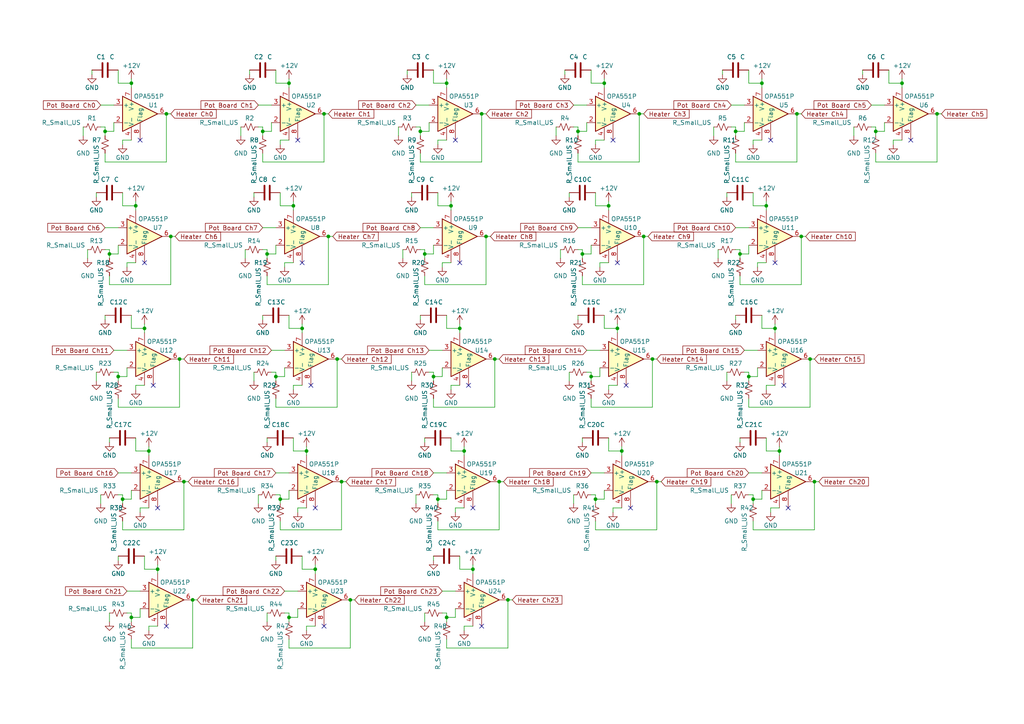
<source format=kicad_sch>
(kicad_sch (version 20211123) (generator eeschema)
  (paper "A4")
  (title_block (title "HELIX DCT Heater Power") (date "2023-01-13") (rev "2") (company "Indiana and Ohio State") (comment 1 "Mark Gebhard with revisions by Keith McBride"))
  (junction (at 129.54 179.07))
  (junction (at 224.79 95.25))
  (junction (at 45.72 165.1))
  (junction (at 43.18 130.81))
  (junction (at 127 144.78))
  (junction (at 213.36 38.1))
  (junction (at 85.09 59.69))
  (junction (at 83.82 179.07))
  (junction (at 52.07 104.14))
  (junction (at 121.92 38.1))
  (junction (at 93.98 33.02))
  (junction (at 222.25 59.69))
  (junction (at 38.1 179.07))
  (junction (at 81.28 144.78))
  (junction (at 134.62 130.81))
  (junction (at 137.16 165.1))
  (junction (at 254 38.1))
  (junction (at 189.23 104.14))
  (junction (at 125.73 109.22))
  (junction (at 76.2 38.1))
  (junction (at 48.26 33.02))
  (junction (at 144.78 139.7))
  (junction (at 190.5 139.7))
  (junction (at 39.37 59.69))
  (junction (at 35.56 144.78))
  (junction (at 34.29 109.22))
  (junction (at 99.06 139.7))
  (junction (at 175.26 24.13))
  (junction (at 143.51 104.14))
  (junction (at 218.44 144.78))
  (junction (at 130.81 59.69))
  (junction (at 38.1 24.13))
  (junction (at 77.47 73.66))
  (junction (at 231.14 33.02))
  (junction (at 83.82 24.13))
  (junction (at 176.53 59.69))
  (junction (at 53.34 139.7))
  (junction (at 168.91 73.66))
  (junction (at 261.62 24.13))
  (junction (at 87.63 95.25))
  (junction (at 167.64 38.1))
  (junction (at 236.22 139.7))
  (junction (at 139.7 33.02))
  (junction (at 88.9 130.81))
  (junction (at 179.07 95.25))
  (junction (at 91.44 165.1))
  (junction (at 49.53 68.58))
  (junction (at 30.48 38.1))
  (junction (at 101.6 173.99))
  (junction (at 185.42 33.02))
  (junction (at 232.41 68.58))
  (junction (at 172.72 144.78))
  (junction (at 133.35 95.25))
  (junction (at 180.34 130.81))
  (junction (at 186.69 68.58))
  (junction (at 55.88 173.99))
  (junction (at 95.25 68.58))
  (junction (at 147.32 173.99))
  (junction (at 226.06 130.81))
  (junction (at 220.98 24.13))
  (junction (at 31.75 73.66))
  (junction (at 217.17 109.22))
  (junction (at 129.54 24.13))
  (junction (at 80.01 109.22))
  (junction (at 171.45 109.22))
  (junction (at 140.97 68.58))
  (junction (at 123.19 73.66))
  (junction (at 214.63 73.66))
  (junction (at 234.95 104.14))
  (junction (at 97.79 104.14))
  (junction (at 41.91 95.25))
  (junction (at 271.78 33.02))
  (no_connect (at 264.16 40.64))
  (no_connect (at 137.16 147.32))
  (no_connect (at 182.88 147.32))
  (no_connect (at 90.17 111.76))
  (no_connect (at 44.45 111.76))
  (no_connect (at 87.63 76.2))
  (no_connect (at 40.64 40.64))
  (no_connect (at 135.89 111.76))
  (no_connect (at 93.98 181.61))
  (no_connect (at 45.72 147.32))
  (no_connect (at 228.6 147.32))
  (no_connect (at 223.52 40.64))
  (no_connect (at 91.44 147.32))
  (no_connect (at 86.36 40.64))
  (no_connect (at 132.08 40.64))
  (no_connect (at 48.26 181.61))
  (no_connect (at 41.91 76.2))
  (no_connect (at 181.61 111.76))
  (no_connect (at 177.8 40.64))
  (no_connect (at 227.33 111.76))
  (no_connect (at 224.79 76.2))
  (no_connect (at 133.35 76.2))
  (no_connect (at 179.07 76.2))
  (no_connect (at 139.7 181.61))
  (wire (pts (xy 35.56 153.67) (xy 53.34 153.67)))
  (wire (pts (xy 261.62 24.13) (xy 261.62 25.4)))
  (wire (pts (xy 41.91 95.25) (xy 41.91 96.52)))
  (wire (pts (xy 127 59.69) (xy 130.81 59.69)))
  (wire (pts (xy 87.63 95.25) (xy 87.63 96.52)))
  (wire (pts (xy 173.99 76.2) (xy 173.99 77.47)))
  (wire (pts (xy 224.79 95.25) (xy 224.79 96.52)))
  (wire (pts (xy 167.64 36.83) (xy 167.64 38.1)))
  (wire (pts (xy 167.64 66.04) (xy 171.45 66.04)))
  (wire (pts (xy 189.23 118.11) (xy 189.23 104.14)))
  (wire (pts (xy 261.62 22.86) (xy 261.62 24.13)))
  (wire (pts (xy 222.25 76.2) (xy 219.71 76.2)))
  (wire (pts (xy 73.66 55.88) (xy 73.66 57.15)))
  (wire (pts (xy 133.35 161.29) (xy 133.35 165.1)))
  (wire (pts (xy 127 40.64) (xy 127 41.91)))
  (wire (pts (xy 38.1 91.44) (xy 38.1 95.25)))
  (wire (pts (xy 234.95 118.11) (xy 234.95 104.14)))
  (wire (pts (xy 125.73 20.32) (xy 125.73 24.13)))
  (wire (pts (xy 39.37 58.42) (xy 39.37 59.69)))
  (wire (pts (xy 34.29 161.29) (xy 34.29 162.56)))
  (wire (pts (xy 125.73 109.22) (xy 125.73 110.49)))
  (wire (pts (xy 252.73 30.48) (xy 256.54 30.48)))
  (wire (pts (xy 214.63 127) (xy 214.63 128.27)))
  (wire (pts (xy 175.26 40.64) (xy 172.72 40.64)))
  (wire (pts (xy 125.73 24.13) (xy 129.54 24.13)))
  (wire (pts (xy 34.29 109.22) (xy 34.29 110.49)))
  (wire (pts (xy 34.29 73.66) (xy 34.29 71.12)))
  (wire (pts (xy 213.36 66.04) (xy 217.17 66.04)))
  (wire (pts (xy 74.93 30.48) (xy 78.74 30.48)))
  (wire (pts (xy 93.98 46.99) (xy 93.98 33.02)))
  (wire (pts (xy 30.48 36.83) (xy 30.48 38.1)))
  (wire (pts (xy 74.93 143.51) (xy 74.93 146.05)))
  (wire (pts (xy 30.48 72.39) (xy 31.75 72.39)))
  (wire (pts (xy 81.28 144.78) (xy 83.82 144.78)))
  (wire (pts (xy 167.64 46.99) (xy 185.42 46.99)))
  (wire (pts (xy 91.44 163.83) (xy 91.44 165.1)))
  (wire (pts (xy 35.56 144.78) (xy 35.56 146.05)))
  (wire (pts (xy 55.88 187.96) (xy 55.88 173.99)))
  (wire (pts (xy 213.36 91.44) (xy 213.36 92.71)))
  (wire (pts (xy 38.1 95.25) (xy 41.91 95.25)))
  (wire (pts (xy 115.57 36.83) (xy 115.57 39.37)))
  (wire (pts (xy 83.82 187.96) (xy 101.6 187.96)))
  (wire (pts (xy 121.92 44.45) (xy 121.92 46.99)))
  (wire (pts (xy 119.38 55.88) (xy 119.38 57.15)))
  (wire (pts (xy 168.91 127) (xy 168.91 128.27)))
  (wire (pts (xy 176.53 130.81) (xy 180.34 130.81)))
  (wire (pts (xy 168.91 72.39) (xy 168.91 73.66)))
  (wire (pts (xy 163.83 20.32) (xy 163.83 21.59)))
  (wire (pts (xy 120.65 30.48) (xy 124.46 30.48)))
  (wire (pts (xy 85.09 58.42) (xy 85.09 59.69)))
  (wire (pts (xy 88.9 147.32) (xy 86.36 147.32)))
  (wire (pts (xy 213.36 46.99) (xy 231.14 46.99)))
  (wire (pts (xy 166.37 30.48) (xy 170.18 30.48)))
  (wire (pts (xy 101.6 187.96) (xy 101.6 173.99)))
  (wire (pts (xy 170.18 101.6) (xy 173.99 101.6)))
  (wire (pts (xy 175.26 95.25) (xy 179.07 95.25)))
  (wire (pts (xy 69.85 36.83) (xy 69.85 39.37)))
  (wire (pts (xy 172.72 144.78) (xy 175.26 144.78)))
  (wire (pts (xy 261.62 40.64) (xy 259.08 40.64)))
  (wire (pts (xy 218.44 143.51) (xy 218.44 144.78)))
  (wire (pts (xy 120.65 36.83) (xy 121.92 36.83)))
  (wire (pts (xy 77.47 73.66) (xy 80.01 73.66)))
  (wire (pts (xy 73.66 107.95) (xy 73.66 110.49)))
  (wire (pts (xy 212.09 36.83) (xy 213.36 36.83)))
  (wire (pts (xy 215.9 38.1) (xy 215.9 35.56)))
  (wire (pts (xy 146.05 139.7) (xy 144.78 139.7)))
  (wire (pts (xy 87.63 161.29) (xy 87.63 165.1)))
  (wire (pts (xy 85.09 59.69) (xy 85.09 60.96)))
  (wire (pts (xy 127 151.13) (xy 127 153.67)))
  (wire (pts (xy 35.56 151.13) (xy 35.56 153.67)))
  (wire (pts (xy 217.17 109.22) (xy 219.71 109.22)))
  (wire (pts (xy 127 153.67) (xy 144.78 153.67)))
  (wire (pts (xy 213.36 36.83) (xy 213.36 38.1)))
  (wire (pts (xy 134.62 129.54) (xy 134.62 130.81)))
  (wire (pts (xy 88.9 181.61) (xy 88.9 182.88)))
  (wire (pts (xy 222.25 127) (xy 222.25 130.81)))
  (wire (pts (xy 254 46.99) (xy 271.78 46.99)))
  (wire (pts (xy 30.48 46.99) (xy 48.26 46.99)))
  (wire (pts (xy 171.45 73.66) (xy 171.45 71.12)))
  (wire (pts (xy 33.02 101.6) (xy 36.83 101.6)))
  (wire (pts (xy 121.92 38.1) (xy 121.92 39.37)))
  (wire (pts (xy 82.55 177.8) (xy 83.82 177.8)))
  (wire (pts (xy 95.25 82.55) (xy 95.25 68.58)))
  (wire (pts (xy 125.73 107.95) (xy 125.73 109.22)))
  (wire (pts (xy 30.48 91.44) (xy 30.48 92.71)))
  (wire (pts (xy 254 36.83) (xy 254 38.1)))
  (wire (pts (xy 130.81 59.69) (xy 130.81 60.96)))
  (wire (pts (xy 233.68 68.58) (xy 232.41 68.58)))
  (wire (pts (xy 80.01 107.95) (xy 80.01 109.22)))
  (wire (pts (xy 34.29 143.51) (xy 35.56 143.51)))
  (wire (pts (xy 80.01 143.51) (xy 81.28 143.51)))
  (wire (pts (xy 85.09 111.76) (xy 85.09 113.03)))
  (wire (pts (xy 36.83 76.2) (xy 36.83 77.47)))
  (wire (pts (xy 180.34 147.32) (xy 177.8 147.32)))
  (wire (pts (xy 217.17 73.66) (xy 217.17 71.12)))
  (wire (pts (xy 77.47 73.66) (xy 77.47 74.93)))
  (wire (pts (xy 29.21 143.51) (xy 29.21 146.05)))
  (wire (pts (xy 96.52 68.58) (xy 95.25 68.58)))
  (wire (pts (xy 45.72 165.1) (xy 45.72 166.37)))
  (wire (pts (xy 80.01 115.57) (xy 80.01 118.11)))
  (wire (pts (xy 140.97 82.55) (xy 140.97 68.58)))
  (wire (pts (xy 167.64 91.44) (xy 167.64 92.71)))
  (wire (pts (xy 80.01 109.22) (xy 82.55 109.22)))
  (wire (pts (xy 180.34 129.54) (xy 180.34 130.81)))
  (wire (pts (xy 82.55 171.45) (xy 86.36 171.45)))
  (wire (pts (xy 177.8 147.32) (xy 177.8 148.59)))
  (wire (pts (xy 123.19 73.66) (xy 123.19 74.93)))
  (wire (pts (xy 81.28 59.69) (xy 85.09 59.69)))
  (wire (pts (xy 186.69 82.55) (xy 186.69 68.58)))
  (wire (pts (xy 175.26 144.78) (xy 175.26 142.24)))
  (wire (pts (xy 171.45 109.22) (xy 173.99 109.22)))
  (wire (pts (xy 76.2 46.99) (xy 93.98 46.99)))
  (wire (pts (xy 57.15 173.99) (xy 55.88 173.99)))
  (wire (pts (xy 31.75 82.55) (xy 49.53 82.55)))
  (wire (pts (xy 218.44 151.13) (xy 218.44 153.67)))
  (wire (pts (xy 123.19 72.39) (xy 123.19 73.66)))
  (wire (pts (xy 43.18 129.54) (xy 43.18 130.81)))
  (wire (pts (xy 273.05 33.02) (xy 271.78 33.02)))
  (wire (pts (xy 220.98 91.44) (xy 220.98 95.25)))
  (wire (pts (xy 30.48 38.1) (xy 33.02 38.1)))
  (wire (pts (xy 129.54 177.8) (xy 129.54 179.07)))
  (wire (pts (xy 125.73 161.29) (xy 125.73 162.56)))
  (wire (pts (xy 133.35 93.98) (xy 133.35 95.25)))
  (wire (pts (xy 80.01 109.22) (xy 80.01 110.49)))
  (wire (pts (xy 39.37 127) (xy 39.37 130.81)))
  (wire (pts (xy 220.98 144.78) (xy 220.98 142.24)))
  (wire (pts (xy 167.64 72.39) (xy 168.91 72.39)))
  (wire (pts (xy 49.53 82.55) (xy 49.53 68.58)))
  (wire (pts (xy 83.82 177.8) (xy 83.82 179.07)))
  (wire (pts (xy 54.61 139.7) (xy 53.34 139.7)))
  (wire (pts (xy 162.56 72.39) (xy 162.56 74.93)))
  (wire (pts (xy 218.44 153.67) (xy 236.22 153.67)))
  (wire (pts (xy 35.56 143.51) (xy 35.56 144.78)))
  (wire (pts (xy 217.17 115.57) (xy 217.17 118.11)))
  (wire (pts (xy 129.54 22.86) (xy 129.54 24.13)))
  (wire (pts (xy 31.75 73.66) (xy 34.29 73.66)))
  (wire (pts (xy 38.1 24.13) (xy 38.1 25.4)))
  (wire (pts (xy 102.87 173.99) (xy 101.6 173.99)))
  (wire (pts (xy 76.2 66.04) (xy 80.01 66.04)))
  (wire (pts (xy 215.9 101.6) (xy 219.71 101.6)))
  (wire (pts (xy 38.1 179.07) (xy 38.1 180.34)))
  (wire (pts (xy 128.27 76.2) (xy 128.27 77.47)))
  (wire (pts (xy 52.07 118.11) (xy 52.07 104.14)))
  (wire (pts (xy 127 55.88) (xy 127 59.69)))
  (wire (pts (xy 31.75 177.8) (xy 31.75 180.34)))
  (wire (pts (xy 170.18 107.95) (xy 171.45 107.95)))
  (wire (pts (xy 209.55 20.32) (xy 209.55 21.59)))
  (wire (pts (xy 49.53 33.02) (xy 48.26 33.02)))
  (wire (pts (xy 124.46 38.1) (xy 124.46 35.56)))
  (wire (pts (xy 215.9 107.95) (xy 217.17 107.95)))
  (wire (pts (xy 172.72 55.88) (xy 172.72 59.69)))
  (wire (pts (xy 171.45 20.32) (xy 171.45 24.13)))
  (wire (pts (xy 87.63 93.98) (xy 87.63 95.25)))
  (wire (pts (xy 137.16 181.61) (xy 134.62 181.61)))
  (wire (pts (xy 125.73 118.11) (xy 143.51 118.11)))
  (wire (pts (xy 171.45 118.11) (xy 189.23 118.11)))
  (wire (pts (xy 271.78 46.99) (xy 271.78 33.02)))
  (wire (pts (xy 250.19 20.32) (xy 250.19 21.59)))
  (wire (pts (xy 254 38.1) (xy 256.54 38.1)))
  (wire (pts (xy 36.83 109.22) (xy 36.83 106.68)))
  (wire (pts (xy 257.81 24.13) (xy 261.62 24.13)))
  (wire (pts (xy 31.75 72.39) (xy 31.75 73.66)))
  (wire (pts (xy 129.54 144.78) (xy 129.54 142.24)))
  (wire (pts (xy 85.09 130.81) (xy 88.9 130.81)))
  (wire (pts (xy 167.64 38.1) (xy 167.64 39.37)))
  (wire (pts (xy 175.26 22.86) (xy 175.26 24.13)))
  (wire (pts (xy 121.92 36.83) (xy 121.92 38.1)))
  (wire (pts (xy 123.19 127) (xy 123.19 128.27)))
  (wire (pts (xy 130.81 76.2) (xy 128.27 76.2)))
  (wire (pts (xy 34.29 24.13) (xy 38.1 24.13)))
  (wire (pts (xy 38.1 177.8) (xy 38.1 179.07)))
  (wire (pts (xy 167.64 38.1) (xy 170.18 38.1)))
  (wire (pts (xy 83.82 185.42) (xy 83.82 187.96)))
  (wire (pts (xy 26.67 20.32) (xy 26.67 21.59)))
  (wire (pts (xy 34.29 109.22) (xy 36.83 109.22)))
  (wire (pts (xy 254 38.1) (xy 254 39.37)))
  (wire (pts (xy 213.36 38.1) (xy 213.36 39.37)))
  (wire (pts (xy 43.18 130.81) (xy 43.18 132.08)))
  (wire (pts (xy 172.72 151.13) (xy 172.72 153.67)))
  (wire (pts (xy 121.92 91.44) (xy 121.92 92.71)))
  (wire (pts (xy 172.72 59.69) (xy 176.53 59.69)))
  (wire (pts (xy 35.56 40.64) (xy 35.56 41.91)))
  (wire (pts (xy 83.82 144.78) (xy 83.82 142.24)))
  (wire (pts (xy 76.2 38.1) (xy 78.74 38.1)))
  (wire (pts (xy 45.72 163.83) (xy 45.72 165.1)))
  (wire (pts (xy 236.22 104.14) (xy 234.95 104.14)))
  (wire (pts (xy 80.01 24.13) (xy 83.82 24.13)))
  (wire (pts (xy 191.77 139.7) (xy 190.5 139.7)))
  (wire (pts (xy 222.25 59.69) (xy 222.25 60.96)))
  (wire (pts (xy 217.17 118.11) (xy 234.95 118.11)))
  (wire (pts (xy 179.07 95.25) (xy 179.07 96.52)))
  (wire (pts (xy 97.79 118.11) (xy 97.79 104.14)))
  (wire (pts (xy 217.17 107.95) (xy 217.17 109.22)))
  (wire (pts (xy 80.01 137.16) (xy 83.82 137.16)))
  (wire (pts (xy 38.1 179.07) (xy 40.64 179.07)))
  (wire (pts (xy 80.01 161.29) (xy 80.01 162.56)))
  (wire (pts (xy 168.91 82.55) (xy 186.69 82.55)))
  (wire (pts (xy 31.75 73.66) (xy 31.75 74.93)))
  (wire (pts (xy 137.16 163.83) (xy 137.16 165.1)))
  (wire (pts (xy 220.98 22.86) (xy 220.98 24.13)))
  (wire (pts (xy 33.02 38.1) (xy 33.02 35.56)))
  (wire (pts (xy 214.63 72.39) (xy 214.63 73.66)))
  (wire (pts (xy 43.18 181.61) (xy 43.18 182.88)))
  (wire (pts (xy 27.94 55.88) (xy 27.94 57.15)))
  (wire (pts (xy 85.09 127) (xy 85.09 130.81)))
  (wire (pts (xy 172.72 153.67) (xy 190.5 153.67)))
  (wire (pts (xy 222.25 130.81) (xy 226.06 130.81)))
  (wire (pts (xy 34.29 20.32) (xy 34.29 24.13)))
  (wire (pts (xy 83.82 91.44) (xy 83.82 95.25)))
  (wire (pts (xy 231.14 46.99) (xy 231.14 33.02)))
  (wire (pts (xy 247.65 36.83) (xy 247.65 39.37)))
  (wire (pts (xy 134.62 181.61) (xy 134.62 182.88)))
  (wire (pts (xy 213.36 72.39) (xy 214.63 72.39)))
  (wire (pts (xy 147.32 187.96) (xy 147.32 173.99)))
  (wire (pts (xy 38.1 144.78) (xy 38.1 142.24)))
  (wire (pts (xy 168.91 73.66) (xy 171.45 73.66)))
  (wire (pts (xy 40.64 147.32) (xy 40.64 148.59)))
  (wire (pts (xy 217.17 20.32) (xy 217.17 24.13)))
  (wire (pts (xy 129.54 179.07) (xy 132.08 179.07)))
  (wire (pts (xy 176.53 127) (xy 176.53 130.81)))
  (wire (pts (xy 38.1 22.86) (xy 38.1 24.13)))
  (wire (pts (xy 125.73 137.16) (xy 129.54 137.16)))
  (wire (pts (xy 78.74 101.6) (xy 82.55 101.6)))
  (wire (pts (xy 223.52 147.32) (xy 223.52 148.59)))
  (wire (pts (xy 129.54 24.13) (xy 129.54 25.4)))
  (wire (pts (xy 130.81 130.81) (xy 134.62 130.81)))
  (wire (pts (xy 190.5 104.14) (xy 189.23 104.14)))
  (wire (pts (xy 219.71 76.2) (xy 219.71 77.47)))
  (wire (pts (xy 119.38 107.95) (xy 119.38 110.49)))
  (wire (pts (xy 130.81 58.42) (xy 130.81 59.69)))
  (wire (pts (xy 34.29 118.11) (xy 52.07 118.11)))
  (wire (pts (xy 220.98 40.64) (xy 218.44 40.64)))
  (wire (pts (xy 130.81 111.76) (xy 130.81 113.03)))
  (wire (pts (xy 53.34 153.67) (xy 53.34 139.7)))
  (wire (pts (xy 175.26 91.44) (xy 175.26 95.25)))
  (wire (pts (xy 218.44 40.64) (xy 218.44 41.91)))
  (wire (pts (xy 124.46 107.95) (xy 125.73 107.95)))
  (wire (pts (xy 210.82 107.95) (xy 210.82 110.49)))
  (wire (pts (xy 45.72 181.61) (xy 43.18 181.61)))
  (wire (pts (xy 226.06 129.54) (xy 226.06 130.81)))
  (wire (pts (xy 133.35 95.25) (xy 133.35 96.52)))
  (wire (pts (xy 129.54 40.64) (xy 127 40.64)))
  (wire (pts (xy 50.8 68.58) (xy 49.53 68.58)))
  (wire (pts (xy 36.83 171.45) (xy 40.64 171.45)))
  (wire (pts (xy 38.1 187.96) (xy 55.88 187.96)))
  (wire (pts (xy 165.1 55.88) (xy 165.1 57.15)))
  (wire (pts (xy 80.01 118.11) (xy 97.79 118.11)))
  (wire (pts (xy 186.69 33.02) (xy 185.42 33.02)))
  (wire (pts (xy 137.16 165.1) (xy 137.16 166.37)))
  (wire (pts (xy 83.82 24.13) (xy 83.82 25.4)))
  (wire (pts (xy 129.54 179.07) (xy 129.54 180.34)))
  (wire (pts (xy 222.25 111.76) (xy 222.25 113.03)))
  (wire (pts (xy 125.73 115.57) (xy 125.73 118.11)))
  (wire (pts (xy 91.44 165.1) (xy 91.44 166.37)))
  (wire (pts (xy 81.28 151.13) (xy 81.28 153.67)))
  (wire (pts (xy 34.29 137.16) (xy 38.1 137.16)))
  (wire (pts (xy 185.42 46.99) (xy 185.42 33.02)))
  (wire (pts (xy 87.63 165.1) (xy 91.44 165.1)))
  (wire (pts (xy 168.91 73.66) (xy 168.91 74.93)))
  (wire (pts (xy 257.81 20.32) (xy 257.81 24.13)))
  (wire (pts (xy 219.71 109.22) (xy 219.71 106.68)))
  (wire (pts (xy 123.19 82.55) (xy 140.97 82.55)))
  (wire (pts (xy 172.72 40.64) (xy 172.72 41.91)))
  (wire (pts (xy 176.53 76.2) (xy 173.99 76.2)))
  (wire (pts (xy 130.81 127) (xy 130.81 130.81)))
  (wire (pts (xy 127 144.78) (xy 127 146.05)))
  (wire (pts (xy 80.01 20.32) (xy 80.01 24.13)))
  (wire (pts (xy 171.45 107.95) (xy 171.45 109.22)))
  (wire (pts (xy 120.65 143.51) (xy 120.65 146.05)))
  (wire (pts (xy 172.72 144.78) (xy 172.72 146.05)))
  (wire (pts (xy 53.34 104.14) (xy 52.07 104.14)))
  (wire (pts (xy 236.22 153.67) (xy 236.22 139.7)))
  (wire (pts (xy 171.45 109.22) (xy 171.45 110.49)))
  (wire (pts (xy 83.82 22.86) (xy 83.82 24.13)))
  (wire (pts (xy 35.56 59.69) (xy 39.37 59.69)))
  (wire (pts (xy 208.28 72.39) (xy 208.28 74.93)))
  (wire (pts (xy 171.45 137.16) (xy 175.26 137.16)))
  (wire (pts (xy 254 44.45) (xy 254 46.99)))
  (wire (pts (xy 77.47 177.8) (xy 77.47 180.34)))
  (wire (pts (xy 129.54 185.42) (xy 129.54 187.96)))
  (wire (pts (xy 179.07 111.76) (xy 176.53 111.76)))
  (wire (pts (xy 81.28 40.64) (xy 81.28 41.91)))
  (wire (pts (xy 78.74 107.95) (xy 80.01 107.95)))
  (wire (pts (xy 76.2 36.83) (xy 76.2 38.1)))
  (wire (pts (xy 176.53 59.69) (xy 176.53 60.96)))
  (wire (pts (xy 218.44 144.78) (xy 218.44 146.05)))
  (wire (pts (xy 121.92 46.99) (xy 139.7 46.99)))
  (wire (pts (xy 218.44 55.88) (xy 218.44 59.69)))
  (wire (pts (xy 144.78 153.67) (xy 144.78 139.7)))
  (wire (pts (xy 86.36 147.32) (xy 86.36 148.59)))
  (wire (pts (xy 116.84 72.39) (xy 116.84 74.93)))
  (wire (pts (xy 212.09 143.51) (xy 212.09 146.05)))
  (wire (pts (xy 217.17 137.16) (xy 220.98 137.16)))
  (wire (pts (xy 80.01 73.66) (xy 80.01 71.12)))
  (wire (pts (xy 85.09 76.2) (xy 82.55 76.2)))
  (wire (pts (xy 187.96 68.58) (xy 186.69 68.58)))
  (wire (pts (xy 99.06 104.14) (xy 97.79 104.14)))
  (wire (pts (xy 140.97 33.02) (xy 139.7 33.02)))
  (wire (pts (xy 134.62 147.32) (xy 132.08 147.32)))
  (wire (pts (xy 29.21 36.83) (xy 30.48 36.83)))
  (wire (pts (xy 175.26 24.13) (xy 175.26 25.4)))
  (wire (pts (xy 166.37 36.83) (xy 167.64 36.83)))
  (wire (pts (xy 256.54 38.1) (xy 256.54 35.56)))
  (wire (pts (xy 176.53 58.42) (xy 176.53 59.69)))
  (wire (pts (xy 31.75 127) (xy 31.75 128.27)))
  (wire (pts (xy 226.06 147.32) (xy 223.52 147.32)))
  (wire (pts (xy 133.35 165.1) (xy 137.16 165.1)))
  (wire (pts (xy 83.82 179.07) (xy 86.36 179.07)))
  (wire (pts (xy 222.25 58.42) (xy 222.25 59.69)))
  (wire (pts (xy 81.28 55.88) (xy 81.28 59.69)))
  (wire (pts (xy 81.28 144.78) (xy 81.28 146.05)))
  (wire (pts (xy 123.19 177.8) (xy 123.19 180.34)))
  (wire (pts (xy 213.36 44.45) (xy 213.36 46.99)))
  (wire (pts (xy 224.79 93.98) (xy 224.79 95.25)))
  (wire (pts (xy 83.82 40.64) (xy 81.28 40.64)))
  (wire (pts (xy 76.2 72.39) (xy 77.47 72.39)))
  (wire (pts (xy 170.18 38.1) (xy 170.18 35.56)))
  (wire (pts (xy 91.44 181.61) (xy 88.9 181.61)))
  (wire (pts (xy 76.2 91.44) (xy 76.2 92.71)))
  (wire (pts (xy 43.18 147.32) (xy 40.64 147.32)))
  (wire (pts (xy 25.4 72.39) (xy 25.4 74.93)))
  (wire (pts (xy 129.54 95.25) (xy 133.35 95.25)))
  (wire (pts (xy 83.82 179.07) (xy 83.82 180.34)))
  (wire (pts (xy 232.41 33.02) (xy 231.14 33.02)))
  (wire (pts (xy 232.41 82.55) (xy 232.41 68.58)))
  (wire (pts (xy 133.35 111.76) (xy 130.81 111.76)))
  (wire (pts (xy 218.44 59.69) (xy 222.25 59.69)))
  (wire (pts (xy 132.08 179.07) (xy 132.08 176.53)))
  (wire (pts (xy 48.26 46.99) (xy 48.26 33.02)))
  (wire (pts (xy 125.73 143.51) (xy 127 143.51)))
  (wire (pts (xy 218.44 144.78) (xy 220.98 144.78)))
  (wire (pts (xy 41.91 93.98) (xy 41.91 95.25)))
  (wire (pts (xy 118.11 20.32) (xy 118.11 21.59)))
  (wire (pts (xy 161.29 36.83) (xy 161.29 39.37)))
  (wire (pts (xy 237.49 139.7) (xy 236.22 139.7)))
  (wire (pts (xy 171.45 24.13) (xy 175.26 24.13)))
  (wire (pts (xy 224.79 111.76) (xy 222.25 111.76)))
  (wire (pts (xy 127 143.51) (xy 127 144.78)))
  (wire (pts (xy 39.37 76.2) (xy 36.83 76.2)))
  (wire (pts (xy 36.83 177.8) (xy 38.1 177.8)))
  (wire (pts (xy 77.47 127) (xy 77.47 128.27)))
  (wire (pts (xy 142.24 68.58) (xy 140.97 68.58)))
  (wire (pts (xy 33.02 107.95) (xy 34.29 107.95)))
  (wire (pts (xy 168.91 80.01) (xy 168.91 82.55)))
  (wire (pts (xy 124.46 101.6) (xy 128.27 101.6)))
  (wire (pts (xy 213.36 38.1) (xy 215.9 38.1)))
  (wire (pts (xy 76.2 38.1) (xy 76.2 39.37)))
  (wire (pts (xy 172.72 143.51) (xy 172.72 144.78)))
  (wire (pts (xy 128.27 177.8) (xy 129.54 177.8)))
  (wire (pts (xy 132.08 147.32) (xy 132.08 148.59)))
  (wire (pts (xy 212.09 30.48) (xy 215.9 30.48)))
  (wire (pts (xy 95.25 33.02) (xy 93.98 33.02)))
  (wire (pts (xy 259.08 40.64) (xy 259.08 41.91)))
  (wire (pts (xy 100.33 139.7) (xy 99.06 139.7)))
  (wire (pts (xy 166.37 143.51) (xy 166.37 146.05)))
  (wire (pts (xy 86.36 179.07) (xy 86.36 176.53)))
  (wire (pts (xy 34.29 115.57) (xy 34.29 118.11)))
  (wire (pts (xy 74.93 36.83) (xy 76.2 36.83)))
  (wire (pts (xy 121.92 38.1) (xy 124.46 38.1)))
  (wire (pts (xy 217.17 24.13) (xy 220.98 24.13)))
  (wire (pts (xy 214.63 73.66) (xy 214.63 74.93)))
  (wire (pts (xy 41.91 161.29) (xy 41.91 165.1)))
  (wire (pts (xy 134.62 130.81) (xy 134.62 132.08)))
  (wire (pts (xy 171.45 115.57) (xy 171.45 118.11)))
  (wire (pts (xy 41.91 165.1) (xy 45.72 165.1)))
  (wire (pts (xy 31.75 80.01) (xy 31.75 82.55)))
  (wire (pts (xy 214.63 82.55) (xy 232.41 82.55)))
  (wire (pts (xy 27.94 107.95) (xy 27.94 110.49)))
  (wire (pts (xy 29.21 30.48) (xy 33.02 30.48)))
  (wire (pts (xy 81.28 153.67) (xy 99.06 153.67)))
  (wire (pts (xy 30.48 44.45) (xy 30.48 46.99)))
  (wire (pts (xy 173.99 109.22) (xy 173.99 106.68)))
  (wire (pts (xy 24.13 36.83) (xy 24.13 39.37)))
  (wire (pts (xy 40.64 179.07) (xy 40.64 176.53)))
  (wire (pts (xy 123.19 80.01) (xy 123.19 82.55)))
  (wire (pts (xy 88.9 130.81) (xy 88.9 132.08)))
  (wire (pts (xy 210.82 55.88) (xy 210.82 57.15)))
  (wire (pts (xy 77.47 80.01) (xy 77.47 82.55)))
  (wire (pts (xy 71.12 72.39) (xy 71.12 74.93)))
  (wire (pts (xy 220.98 95.25) (xy 224.79 95.25)))
  (wire (pts (xy 78.74 38.1) (xy 78.74 35.56)))
  (wire (pts (xy 77.47 82.55) (xy 95.25 82.55)))
  (wire (pts (xy 139.7 46.99) (xy 139.7 33.02)))
  (wire (pts (xy 217.17 109.22) (xy 217.17 110.49)))
  (wire (pts (xy 35.56 144.78) (xy 38.1 144.78)))
  (wire (pts (xy 148.59 173.99) (xy 147.32 173.99)))
  (wire (pts (xy 39.37 130.81) (xy 43.18 130.81)))
  (wire (pts (xy 76.2 44.45) (xy 76.2 46.99)))
  (wire (pts (xy 123.19 73.66) (xy 125.73 73.66)))
  (wire (pts (xy 38.1 40.64) (xy 35.56 40.64)))
  (wire (pts (xy 30.48 66.04) (xy 34.29 66.04)))
  (wire (pts (xy 72.39 20.32) (xy 72.39 21.59)))
  (wire (pts (xy 77.47 72.39) (xy 77.47 73.66)))
  (wire (pts (xy 125.73 73.66) (xy 125.73 71.12)))
  (wire (pts (xy 38.1 185.42) (xy 38.1 187.96)))
  (wire (pts (xy 35.56 55.88) (xy 35.56 59.69)))
  (wire (pts (xy 176.53 111.76) (xy 176.53 113.03)))
  (wire (pts (xy 220.98 24.13) (xy 220.98 25.4)))
  (wire (pts (xy 88.9 129.54) (xy 88.9 130.81)))
  (wire (pts (xy 252.73 36.83) (xy 254 36.83)))
  (wire (pts (xy 128.27 171.45) (xy 132.08 171.45)))
  (wire (pts (xy 82.55 109.22) (xy 82.55 106.68)))
  (wire (pts (xy 207.01 36.83) (xy 207.01 39.37)))
  (wire (pts (xy 128.27 109.22) (xy 128.27 106.68)))
  (wire (pts (xy 190.5 153.67) (xy 190.5 139.7)))
  (wire (pts (xy 129.54 91.44) (xy 129.54 95.25)))
  (wire (pts (xy 143.51 118.11) (xy 143.51 104.14)))
  (wire (pts (xy 81.28 143.51) (xy 81.28 144.78)))
  (wire (pts (xy 144.78 104.14) (xy 143.51 104.14)))
  (wire (pts (xy 214.63 73.66) (xy 217.17 73.66)))
  (wire (pts (xy 121.92 66.04) (xy 125.73 66.04)))
  (wire (pts (xy 87.63 111.76) (xy 85.09 111.76)))
  (wire (pts (xy 165.1 107.95) (xy 165.1 110.49)))
  (wire (pts (xy 125.73 109.22) (xy 128.27 109.22)))
  (wire (pts (xy 171.45 143.51) (xy 172.72 143.51)))
  (wire (pts (xy 167.64 44.45) (xy 167.64 46.99)))
  (wire (pts (xy 34.29 107.95) (xy 34.29 109.22)))
  (wire (pts (xy 180.34 130.81) (xy 180.34 132.08)))
  (wire (pts (xy 214.63 80.01) (xy 214.63 82.55)))
  (wire (pts (xy 30.48 38.1) (xy 30.48 39.37)))
  (wire (pts (xy 83.82 95.25) (xy 87.63 95.25)))
  (wire (pts (xy 39.37 111.76) (xy 39.37 113.03)))
  (wire (pts (xy 121.92 72.39) (xy 123.19 72.39)))
  (wire (pts (xy 226.06 130.81) (xy 226.06 132.08)))
  (wire (pts (xy 99.06 153.67) (xy 99.06 139.7)))
  (wire (pts (xy 82.55 76.2) (xy 82.55 77.47)))
  (wire (pts (xy 179.07 93.98) (xy 179.07 95.25)))
  (wire (pts (xy 217.17 143.51) (xy 218.44 143.51)))
  (wire (pts (xy 127 144.78) (xy 129.54 144.78)))
  (wire (pts (xy 129.54 187.96) (xy 147.32 187.96)))
  (wire (pts (xy 39.37 59.69) (xy 39.37 60.96)))
  (wire (pts (xy 41.91 111.76) (xy 39.37 111.76)))
  (global_label "Heater Ch10" (shape input) (at 233.68 68.58 0) (property "Intersheet References" "${INTERSHEET_REFS}" (effects hide)))
  (global_label "Pot Board Ch12" (shape input) (at 78.74 101.6 180) (property "Intersheet References" "${INTERSHEET_REFS}" (effects hide)))
  (global_label "Heater Ch20" (shape input) (at 237.49 139.7 0) (property "Intersheet References" "${INTERSHEET_REFS}" (effects hide)))
  (global_label "Heater Ch9" (shape input) (at 187.96 68.58 0) (property "Intersheet References" "${INTERSHEET_REFS}" (effects hide)))
  (global_label "Heater Ch16" (shape input) (at 54.61 139.7 0) (property "Intersheet References" "${INTERSHEET_REFS}" (effects hide)))
  (global_label "Pot Board Ch5" (shape input) (at 252.73 30.48 180) (property "Intersheet References" "${INTERSHEET_REFS}" (effects hide)))
  (global_label "Heater Ch11" (shape input) (at 53.34 104.14 0) (property "Intersheet References" "${INTERSHEET_REFS}" (effects hide)))
  (global_label "Heater Ch13" (shape input) (at 144.78 104.14 0) (property "Intersheet References" "${INTERSHEET_REFS}" (effects hide)))
  (global_label "Pot Board Ch11" (shape input) (at 33.02 101.6 180) (property "Intersheet References" "${INTERSHEET_REFS}" (effects hide)))
  (global_label "Pot Board Ch7" (shape input) (at 76.2 66.04 180) (property "Intersheet References" "${INTERSHEET_REFS}" (effects hide)))
  (global_label "Heater Ch17" (shape input) (at 100.33 139.7 0) (property "Intersheet References" "${INTERSHEET_REFS}" (effects hide)))
  (global_label "Pot Board Ch2" (shape input) (at 120.65 30.48 180) (property "Intersheet References" "${INTERSHEET_REFS}" (effects hide)))
  (global_label "Pot Board Ch10" (shape input) (at 213.36 66.04 180) (property "Intersheet References" "${INTERSHEET_REFS}" (effects hide)))
  (global_label "Pot Board Ch21" (shape input) (at 36.83 171.45 180) (property "Intersheet References" "${INTERSHEET_REFS}" (effects hide)))
  (global_label "Heater Ch12" (shape input) (at 99.06 104.14 0) (property "Intersheet References" "${INTERSHEET_REFS}" (effects hide)))
  (global_label "Pot Board Ch15" (shape input) (at 215.9 101.6 180) (property "Intersheet References" "${INTERSHEET_REFS}" (effects hide)))
  (global_label "Pot Board Ch1" (shape input) (at 74.93 30.48 180) (property "Intersheet References" "${INTERSHEET_REFS}" (effects hide)))
  (global_label "Heater Ch21" (shape input) (at 57.15 173.99 0) (property "Intersheet References" "${INTERSHEET_REFS}" (effects hide)))
  (global_label "Pot Board Ch22" (shape input) (at 82.55 171.45 180) (property "Intersheet References" "${INTERSHEET_REFS}" (effects hide)))
  (global_label "Heater Ch1" (shape input) (at 95.25 33.02 0) (property "Intersheet References" "${INTERSHEET_REFS}" (effects hide)))
  (global_label "Pot Board Ch16" (shape input) (at 34.29 137.16 180) (property "Intersheet References" "${INTERSHEET_REFS}" (effects hide)))
  (global_label "Heater Ch7" (shape input) (at 96.52 68.58 0) (property "Intersheet References" "${INTERSHEET_REFS}" (effects hide)))
  (global_label "Pot Board Ch18" (shape input) (at 125.73 137.16 180) (property "Intersheet References" "${INTERSHEET_REFS}" (effects hide)))
  (global_label "Pot Board Ch8" (shape input) (at 121.92 66.04 180) (property "Intersheet References" "${INTERSHEET_REFS}" (effects hide)))
  (global_label "Heater Ch19" (shape input) (at 191.77 139.7 0) (property "Intersheet References" "${INTERSHEET_REFS}" (effects hide)))
  (global_label "Heater Ch15" (shape input) (at 236.22 104.14 0) (property "Intersheet References" "${INTERSHEET_REFS}" (effects hide)))
  (global_label "Heater Ch2" (shape input) (at 140.97 33.02 0) (property "Intersheet References" "${INTERSHEET_REFS}" (effects hide)))
  (global_label "Heater Ch4" (shape input) (at 232.41 33.02 0) (property "Intersheet References" "${INTERSHEET_REFS}" (effects hide)))
  (global_label "Heater Ch5" (shape input) (at 273.05 33.02 0) (property "Intersheet References" "${INTERSHEET_REFS}" (effects hide)))
  (global_label "Pot Board Ch23" (shape input) (at 128.27 171.45 180) (property "Intersheet References" "${INTERSHEET_REFS}" (effects hide)))
  (global_label "Pot Board Ch6" (shape input) (at 30.48 66.04 180) (property "Intersheet References" "${INTERSHEET_REFS}" (effects hide)))
  (global_label "Pot Board Ch9" (shape input) (at 167.64 66.04 180) (property "Intersheet References" "${INTERSHEET_REFS}" (effects hide)))
  (global_label "Pot Board Ch13" (shape input) (at 124.46 101.6 180) (property "Intersheet References" "${INTERSHEET_REFS}" (effects hide)))
  (global_label "Pot Board Ch20" (shape input) (at 217.17 137.16 180) (property "Intersheet References" "${INTERSHEET_REFS}" (effects hide)))
  (global_label "Pot Board Ch0" (shape input) (at 29.21 30.48 180) (property "Intersheet References" "${INTERSHEET_REFS}" (effects hide)))
  (global_label "Heater Ch3" (shape input) (at 186.69 33.02 0) (property "Intersheet References" "${INTERSHEET_REFS}" (effects hide)))
  (global_label "Pot Board Ch3" (shape input) (at 166.37 30.48 180) (property "Intersheet References" "${INTERSHEET_REFS}" (effects hide)))
  (global_label "Heater Ch8" (shape input) (at 142.24 68.58 0) (property "Intersheet References" "${INTERSHEET_REFS}" (effects hide)))
  (global_label "Pot Board Ch17" (shape input) (at 80.01 137.16 180) (property "Intersheet References" "${INTERSHEET_REFS}" (effects hide)))
  (global_label "Heater Ch23" (shape input) (at 148.59 173.99 0) (property "Intersheet References" "${INTERSHEET_REFS}" (effects hide)))
  (global_label "Heater Ch0" (shape input) (at 49.53 33.02 0) (property "Intersheet References" "${INTERSHEET_REFS}" (effects hide)))
  (global_label "Heater Ch14" (shape input) (at 190.5 104.14 0) (property "Intersheet References" "${INTERSHEET_REFS}" (effects hide)))
  (global_label "Pot Board Ch19" (shape input) (at 171.45 137.16 180) (property "Intersheet References" "${INTERSHEET_REFS}" (effects hide)))
  (global_label "Heater Ch22" (shape input) (at 102.87 173.99 0) (property "Intersheet References" "${INTERSHEET_REFS}" (effects hide)))
  (global_label "Pot Board Ch14" (shape input) (at 170.18 101.6 180) (property "Intersheet References" "${INTERSHEET_REFS}" (effects hide)))
  (global_label "Pot Board Ch4" (shape input) (at 212.09 30.48 180) (property "Intersheet References" "${INTERSHEET_REFS}" (effects hide)))
  (global_label "Heater Ch18" (shape input) (at 146.05 139.7 0) (property "Intersheet References" "${INTERSHEET_REFS}" (effects hide)))
  (global_label "Heater Ch6" (shape input) (at 50.8 68.58 0) (property "Intersheet References" "${INTERSHEET_REFS}" (effects hide)))
  (symbol (lib_id "power:GND") (at 27.94 57.15 0) (unit 1)
    (property "Reference" "#PWR025" (effects hide))
    (property "Value" "GND" (at 27.94 60.96 0))
  )
  (symbol (lib_id "Device:C") (at 125.73 91.44 270) (unit 1)
    (property "Reference" "C14" (at 123.19 87.63 90) (effects (justify left)))
    (property "Value" "C" (at 127 87.63 90) (effects (justify left)))
  )
  (symbol (lib_id "power:GND") (at 223.52 148.59 0) (unit 1)
    (property "Reference" "#PWR084" (effects hide))
    (property "Value" "GND" (at 223.52 152.4 0))
  )
  (symbol (lib_id "power:GND") (at 214.63 128.27 0) (unit 1)
    (property "Reference" "#PWR069" (effects hide))
    (property "Value" "GND" (at 214.63 132.08 0))
  )
  (symbol (lib_id "power:GND") (at 40.64 148.59 0) (unit 1)
    (property "Reference" "#PWR080" (effects hide))
    (property "Value" "GND" (at 40.64 152.4 0))
  )
  (symbol (lib_id "power:GND") (at 250.19 21.59 0) (unit 1)
    (property "Reference" "#PWR06" (effects hide))
    (property "Value" "GND" (at 250.19 25.4 0))
  )
  (symbol (lib_id "Amplifier_Operational:OPA551P") (at 41.91 68.58 0) (unit 1)
    (property "Reference" "U7" (at 45.72 66.04 0))
    (property "Value" "OPA551P" (at 44.45 63.5 0))
    (property "Footprint" "Package_DIP:DIP-8_W7.62mm" (effects hide))
    (property "Datasheet" "http://www.ti.com/lit/ds/symlink/opa551.pdf" (effects hide))
  )
  (symbol (lib_id "Device:R_Small_US") (at 125.73 177.8 90) (unit 1)
    (property "Reference" "R45" (at 125.73 175.26 90))
    (property "Value" "R_Small_US" (at 116.84 176.53 90))
  )
  (symbol (lib_id "power:GND") (at 123.19 180.34 0) (unit 1)
    (property "Reference" "#PWR093" (effects hide))
    (property "Value" "GND" (at 123.19 185.42 0))
  )
  (symbol (lib_id "Device:R_Small_US") (at 34.29 113.03 180) (unit 1)
    (property "Reference" "R28" (at 30.48 111.76 0) (effects (justify right)))
    (property "Value" "R_Small_US" (at 31.75 124.46 90) (effects (justify right)))
  )
  (symbol (lib_id "Device:R_Small_US") (at 210.82 72.39 90) (unit 1)
    (property "Reference" "R17" (at 210.82 69.85 90))
    (property "Value" "R_Small_US" (at 201.93 71.12 90))
  )
  (symbol (lib_id "power:GND") (at 72.39 21.59 0) (unit 1)
    (property "Reference" "#PWR02" (effects hide))
    (property "Value" "GND" (at 72.39 25.4 0))
  )
  (symbol (lib_id "Device:R_Small_US") (at 30.48 107.95 90) (unit 1)
    (property "Reference" "R23" (at 30.48 105.41 90))
    (property "Value" "R_Small_US" (at 21.59 106.68 90))
  )
  (symbol (lib_id "Amplifier_Operational:OPA551P") (at 179.07 68.58 0) (unit 1)
    (property "Reference" "U10" (at 182.88 66.04 0))
    (property "Value" "OPA551P" (at 181.61 63.5 0))
    (property "Footprint" "Package_DIP:DIP-8_W7.62mm" (effects hide))
    (property "Datasheet" "http://www.ti.com/lit/ds/symlink/opa551.pdf" (effects hide))
  )
  (symbol (lib_id "power:GND") (at 120.65 146.05 0) (unit 1)
    (property "Reference" "#PWR077" (effects hide))
    (property "Value" "GND" (at 120.65 151.13 0))
  )
  (symbol (lib_id "Device:R_Small_US") (at 217.17 113.03 180) (unit 1)
    (property "Reference" "R32" (at 213.36 111.76 0) (effects (justify right)))
    (property "Value" "R_Small_US" (at 214.63 124.46 90) (effects (justify right)))
  )
  (symbol (lib_id "Device:C") (at 121.92 20.32 270) (unit 1)
    (property "Reference" "C3" (at 119.38 16.51 90) (effects (justify left)))
    (property "Value" "C" (at 123.19 16.51 90) (effects (justify left)))
  )
  (symbol (lib_id "power:+12V") (at 91.44 163.83 0) (unit 1)
    (property "Reference" "#PWR089" (effects hide))
    (property "Value" "+12V" (at 91.44 160.02 0))
  )
  (symbol (lib_id "power:GND") (at 161.29 39.37 0) (unit 1)
    (property "Reference" "#PWR016" (effects hide))
    (property "Value" "GND" (at 161.29 44.45 0))
  )
  (symbol (lib_id "Device:R_Small_US") (at 125.73 113.03 180) (unit 1)
    (property "Reference" "R30" (at 121.92 111.76 0) (effects (justify right)))
    (property "Value" "R_Small_US" (at 123.19 124.46 90) (effects (justify right)))
  )
  (symbol (lib_id "Device:R_Small_US") (at 27.94 72.39 90) (unit 1)
    (property "Reference" "R13" (at 27.94 69.85 90))
    (property "Value" "R_Small_US" (at 19.05 71.12 90))
  )
  (symbol (lib_id "power:GND") (at 127 41.91 0) (unit 1)
    (property "Reference" "#PWR021" (effects hide))
    (property "Value" "GND" (at 127 45.72 0))
  )
  (symbol (lib_id "Amplifier_Operational:OPA551P") (at 228.6 139.7 0) (unit 1)
    (property "Reference" "U21" (at 232.41 137.16 0))
    (property "Value" "OPA551P" (at 231.14 134.62 0))
    (property "Footprint" "Package_DIP:DIP-8_W7.62mm" (effects hide))
    (property "Datasheet" "http://www.ti.com/lit/ds/symlink/opa551.pdf" (effects hide))
  )
  (symbol (lib_id "Amplifier_Operational:OPA551P") (at 87.63 68.58 0) (unit 1)
    (property "Reference" "U8" (at 91.44 66.04 0))
    (property "Value" "OPA551P" (at 90.17 63.5 0))
    (property "Footprint" "Package_DIP:DIP-8_W7.62mm" (effects hide))
    (property "Datasheet" "http://www.ti.com/lit/ds/symlink/opa551.pdf" (effects hide))
  )
  (symbol (lib_id "Device:R_Small_US") (at 30.48 41.91 180) (unit 1)
    (property "Reference" "R7" (at 26.67 40.64 0) (effects (justify right)))
    (property "Value" "R_Small_US" (at 27.94 53.34 90) (effects (justify right)))
  )
  (symbol (lib_id "power:GND") (at 209.55 21.59 0) (unit 1)
    (property "Reference" "#PWR05" (effects hide))
    (property "Value" "GND" (at 209.55 25.4 0))
  )
  (symbol (lib_id "power:GND") (at 218.44 41.91 0) (unit 1)
    (property "Reference" "#PWR023" (effects hide))
    (property "Value" "GND" (at 218.44 45.72 0))
  )
  (symbol (lib_id "Device:R_Small_US") (at 127 148.59 180) (unit 1)
    (property "Reference" "R40" (at 123.19 147.32 0) (effects (justify right)))
    (property "Value" "R_Small_US" (at 124.46 160.02 90) (effects (justify right)))
  )
  (symbol (lib_id "power:+12V") (at 134.62 129.54 0) (unit 1)
    (property "Reference" "#PWR072" (effects hide))
    (property "Value" "+12V" (at 134.62 125.73 0))
  )
  (symbol (lib_id "Device:R_Small_US") (at 73.66 72.39 90) (unit 1)
    (property "Reference" "R14" (at 73.66 69.85 90))
    (property "Value" "R_Small_US" (at 64.77 71.12 90))
  )
  (symbol (lib_id "power:+12V") (at 85.09 58.42 0) (unit 1)
    (property "Reference" "#PWR031" (effects hide))
    (property "Value" "+12V" (at 85.09 54.61 0))
  )
  (symbol (lib_id "Device:R_Small_US") (at 213.36 41.91 180) (unit 1)
    (property "Reference" "R11" (at 209.55 40.64 0) (effects (justify right)))
    (property "Value" "R_Small_US" (at 210.82 53.34 90) (effects (justify right)))
  )
  (symbol (lib_id "Device:R_Small_US") (at 121.92 107.95 90) (unit 1)
    (property "Reference" "R25" (at 121.92 105.41 90))
    (property "Value" "R_Small_US" (at 113.03 106.68 90))
  )
  (symbol (lib_id "Device:C") (at 76.2 20.32 270) (unit 1)
    (property "Reference" "C2" (at 73.66 16.51 90) (effects (justify left)))
    (property "Value" "C" (at 77.47 16.51 90) (effects (justify left)))
  )
  (symbol (lib_id "power:GND") (at 130.81 113.03 0) (unit 1)
    (property "Reference" "#PWR062" (effects hide))
    (property "Value" "GND" (at 130.81 116.84 0))
  )
  (symbol (lib_id "power:+12V") (at 261.62 22.86 0) (unit 1)
    (property "Reference" "#PWR012" (effects hide))
    (property "Value" "+12V" (at 261.62 19.05 0))
  )
  (symbol (lib_id "power:+12V") (at 180.34 129.54 0) (unit 1)
    (property "Reference" "#PWR073" (effects hide))
    (property "Value" "+12V" (at 180.34 125.73 0))
  )
  (symbol (lib_id "power:GND") (at 210.82 110.49 0) (unit 1)
    (property "Reference" "#PWR059" (effects hide))
    (property "Value" "GND" (at 210.82 115.57 0))
  )
  (symbol (lib_id "power:+12V") (at 133.35 93.98 0) (unit 1)
    (property "Reference" "#PWR052" (effects hide))
    (property "Value" "+12V" (at 133.35 90.17 0))
  )
  (symbol (lib_id "power:GND") (at 166.37 146.05 0) (unit 1)
    (property "Reference" "#PWR078" (effects hide))
    (property "Value" "GND" (at 166.37 151.13 0))
  )
  (symbol (lib_id "power:+12V") (at 129.54 22.86 0) (unit 1)
    (property "Reference" "#PWR09" (effects hide))
    (property "Value" "+12V" (at 129.54 19.05 0))
  )
  (symbol (lib_id "power:GND") (at 27.94 110.49 0) (unit 1)
    (property "Reference" "#PWR055" (effects hide))
    (property "Value" "GND" (at 27.94 115.57 0))
  )
  (symbol (lib_id "power:GND") (at 123.19 128.27 0) (unit 1)
    (property "Reference" "#PWR067" (effects hide))
    (property "Value" "GND" (at 123.19 132.08 0))
  )
  (symbol (lib_id "Device:C") (at 172.72 127 270) (unit 1)
    (property "Reference" "C20" (at 170.18 123.19 90) (effects (justify left)))
    (property "Value" "C" (at 173.99 123.19 90) (effects (justify left)))
  )
  (symbol (lib_id "power:GND") (at 247.65 39.37 0) (unit 1)
    (property "Reference" "#PWR018" (effects hide))
    (property "Value" "GND" (at 247.65 44.45 0))
  )
  (symbol (lib_id "Amplifier_Operational:OPA551P") (at 182.88 139.7 0) (unit 1)
    (property "Reference" "U20" (at 186.69 137.16 0))
    (property "Value" "OPA551P" (at 185.42 134.62 0))
    (property "Footprint" "Package_DIP:DIP-8_W7.62mm" (effects hide))
    (property "Datasheet" "http://www.ti.com/lit/ds/symlink/opa551.pdf" (effects hide))
  )
  (symbol (lib_id "power:+12V") (at 88.9 129.54 0) (unit 1)
    (property "Reference" "#PWR071" (effects hide))
    (property "Value" "+12V" (at 88.9 125.73 0))
  )
  (symbol (lib_id "Amplifier_Operational:OPA551P") (at 139.7 173.99 0) (unit 1)
    (property "Reference" "U24" (at 143.51 171.45 0))
    (property "Value" "OPA551P" (at 142.24 168.91 0))
    (property "Footprint" "Package_DIP:DIP-8_W7.62mm" (effects hide))
    (property "Datasheet" "http://www.ti.com/lit/ds/symlink/opa551.pdf" (effects hide))
  )
  (symbol (lib_id "Device:C") (at 217.17 91.44 270) (unit 1)
    (property "Reference" "C16" (at 214.63 87.63 90) (effects (justify left)))
    (property "Value" "C" (at 218.44 87.63 90) (effects (justify left)))
  )
  (symbol (lib_id "power:+12V") (at 176.53 58.42 0) (unit 1)
    (property "Reference" "#PWR033" (effects hide))
    (property "Value" "+12V" (at 176.53 54.61 0))
  )
  (symbol (lib_id "Device:R_Small_US") (at 163.83 36.83 90) (unit 1)
    (property "Reference" "R4" (at 163.83 34.29 90))
    (property "Value" "R_Small_US" (at 154.94 35.56 90))
  )
  (symbol (lib_id "power:GND") (at 31.75 128.27 0) (unit 1)
    (property "Reference" "#PWR065" (effects hide))
    (property "Value" "GND" (at 31.75 132.08 0))
  )
  (symbol (lib_id "power:GND") (at 81.28 41.91 0) (unit 1)
    (property "Reference" "#PWR020" (effects hide))
    (property "Value" "GND" (at 81.28 45.72 0))
  )
  (symbol (lib_id "Device:R_Small_US") (at 254 41.91 180) (unit 1)
    (property "Reference" "R12" (at 250.19 40.64 0) (effects (justify right)))
    (property "Value" "R_Small_US" (at 251.46 53.34 90) (effects (justify right)))
  )
  (symbol (lib_id "power:GND") (at 219.71 77.47 0) (unit 1)
    (property "Reference" "#PWR044" (effects hide))
    (property "Value" "GND" (at 219.71 81.28 0))
  )
  (symbol (lib_id "Device:R_Small_US") (at 31.75 77.47 180) (unit 1)
    (property "Reference" "R18" (at 27.94 76.2 0) (effects (justify right)))
    (property "Value" "R_Small_US" (at 29.21 88.9 90) (effects (justify right)))
  )
  (symbol (lib_id "Device:R_Small_US") (at 168.91 77.47 180) (unit 1)
    (property "Reference" "R21" (at 165.1 76.2 0) (effects (justify right)))
    (property "Value" "R_Small_US" (at 166.37 88.9 90) (effects (justify right)))
  )
  (symbol (lib_id "Device:R_Small_US") (at 121.92 41.91 180) (unit 1)
    (property "Reference" "R9" (at 118.11 40.64 0) (effects (justify right)))
    (property "Value" "R_Small_US" (at 119.38 53.34 90) (effects (justify right)))
  )
  (symbol (lib_id "Amplifier_Operational:OPA551P") (at 40.64 33.02 0) (unit 1)
    (property "Reference" "U1" (at 44.45 30.48 0))
    (property "Value" "OPA551P" (at 43.18 27.94 0))
    (property "Footprint" "Package_DIP:DIP-8_W7.62mm" (effects hide))
    (property "Datasheet" "http://www.ti.com/lit/ds/symlink/opa551.pdf" (effects hide))
  )
  (symbol (lib_id "Device:C") (at 167.64 20.32 270) (unit 1)
    (property "Reference" "C4" (at 165.1 16.51 90) (effects (justify left)))
    (property "Value" "C" (at 168.91 16.51 90) (effects (justify left)))
  )
  (symbol (lib_id "Amplifier_Operational:OPA551P") (at 224.79 68.58 0) (unit 1)
    (property "Reference" "U11" (at 228.6 66.04 0))
    (property "Value" "OPA551P" (at 227.33 63.5 0))
    (property "Footprint" "Package_DIP:DIP-8_W7.62mm" (effects hide))
    (property "Datasheet" "http://www.ti.com/lit/ds/symlink/opa551.pdf" (effects hide))
  )
  (symbol (lib_id "power:+12V") (at 45.72 163.83 0) (unit 1)
    (property "Reference" "#PWR088" (effects hide))
    (property "Value" "+12V" (at 45.72 160.02 0))
  )
  (symbol (lib_id "Device:C") (at 214.63 55.88 270) (unit 1)
    (property "Reference" "C11" (at 212.09 52.07 90) (effects (justify left)))
    (property "Value" "C" (at 215.9 52.07 90) (effects (justify left)))
  )
  (symbol (lib_id "Device:R_Small_US") (at 172.72 148.59 180) (unit 1)
    (property "Reference" "R41" (at 168.91 147.32 0) (effects (justify right)))
    (property "Value" "R_Small_US" (at 170.18 160.02 90) (effects (justify right)))
  )
  (symbol (lib_id "Device:R_Small_US") (at 76.2 41.91 180) (unit 1)
    (property "Reference" "R8" (at 72.39 40.64 0) (effects (justify right)))
    (property "Value" "R_Small_US" (at 73.66 53.34 90) (effects (justify right)))
  )
  (symbol (lib_id "Device:C") (at 168.91 55.88 270) (unit 1)
    (property "Reference" "C10" (at 166.37 52.07 90) (effects (justify left)))
    (property "Value" "C" (at 170.18 52.07 90) (effects (justify left)))
  )
  (symbol (lib_id "power:GND") (at 43.18 182.88 0) (unit 1)
    (property "Reference" "#PWR094" (effects hide))
    (property "Value" "GND" (at 43.18 186.69 0))
  )
  (symbol (lib_id "Device:C") (at 213.36 20.32 270) (unit 1)
    (property "Reference" "C5" (at 210.82 16.51 90) (effects (justify left)))
    (property "Value" "C" (at 214.63 16.51 90) (effects (justify left)))
  )
  (symbol (lib_id "power:GND") (at 35.56 41.91 0) (unit 1)
    (property "Reference" "#PWR019" (effects hide))
    (property "Value" "GND" (at 35.56 45.72 0))
  )
  (symbol (lib_id "Device:R_Small_US") (at 168.91 143.51 90) (unit 1)
    (property "Reference" "R36" (at 168.91 140.97 90))
    (property "Value" "R_Small_US" (at 160.02 142.24 90))
  )
  (symbol (lib_id "power:GND") (at 85.09 113.03 0) (unit 1)
    (property "Reference" "#PWR061" (effects hide))
    (property "Value" "GND" (at 85.09 116.84 0))
  )
  (symbol (lib_id "Device:R_Small_US") (at 77.47 143.51 90) (unit 1)
    (property "Reference" "R34" (at 77.47 140.97 90))
    (property "Value" "R_Small_US" (at 68.58 142.24 90))
  )
  (symbol (lib_id "Amplifier_Operational:OPA551P") (at 223.52 33.02 0) (unit 1)
    (property "Reference" "U5" (at 227.33 30.48 0))
    (property "Value" "OPA551P" (at 226.06 27.94 0))
    (property "Footprint" "Package_DIP:DIP-8_W7.62mm" (effects hide))
    (property "Datasheet" "http://www.ti.com/lit/ds/symlink/opa551.pdf" (effects hide))
  )
  (symbol (lib_id "Amplifier_Operational:OPA551P") (at 48.26 173.99 0) (unit 1)
    (property "Reference" "U22" (at 52.07 171.45 0))
    (property "Value" "OPA551P" (at 50.8 168.91 0))
    (property "Footprint" "Package_DIP:DIP-8_W7.62mm" (effects hide))
    (property "Datasheet" "http://www.ti.com/lit/ds/symlink/opa551.pdf" (effects hide))
  )
  (symbol (lib_id "power:GND") (at 118.11 21.59 0) (unit 1)
    (property "Reference" "#PWR03" (effects hide))
    (property "Value" "GND" (at 118.11 25.4 0))
  )
  (symbol (lib_id "Device:C") (at 35.56 127 270) (unit 1)
    (property "Reference" "C17" (at 33.02 123.19 90) (effects (justify left)))
    (property "Value" "C" (at 36.83 123.19 90) (effects (justify left)))
  )
  (symbol (lib_id "power:+12V") (at 224.79 93.98 0) (unit 1)
    (property "Reference" "#PWR054" (effects hide))
    (property "Value" "+12V" (at 224.79 90.17 0))
  )
  (symbol (lib_id "Amplifier_Operational:OPA551P") (at 181.61 104.14 0) (unit 1)
    (property "Reference" "U15" (at 185.42 101.6 0))
    (property "Value" "OPA551P" (at 184.15 99.06 0))
    (property "Footprint" "Package_DIP:DIP-8_W7.62mm" (effects hide))
    (property "Datasheet" "http://www.ti.com/lit/ds/symlink/opa551.pdf" (effects hide))
  )
  (symbol (lib_id "power:GND") (at 73.66 110.49 0) (unit 1)
    (property "Reference" "#PWR056" (effects hide))
    (property "Value" "GND" (at 73.66 115.57 0))
  )
  (symbol (lib_id "power:GND") (at 34.29 162.56 0) (unit 1)
    (property "Reference" "#PWR085" (effects hide))
    (property "Value" "GND" (at 34.29 166.37 0))
  )
  (symbol (lib_id "power:GND") (at 39.37 113.03 0) (unit 1)
    (property "Reference" "#PWR060" (effects hide))
    (property "Value" "GND" (at 39.37 116.84 0))
  )
  (symbol (lib_id "Device:C") (at 30.48 20.32 270) (unit 1)
    (property "Reference" "C1" (at 27.94 16.51 90) (effects (justify left)))
    (property "Value" "C" (at 31.75 16.51 90) (effects (justify left)))
  )
  (symbol (lib_id "power:+12V") (at 175.26 22.86 0) (unit 1)
    (property "Reference" "#PWR010" (effects hide))
    (property "Value" "+12V" (at 175.26 19.05 0))
  )
  (symbol (lib_id "power:GND") (at 82.55 77.47 0) (unit 1)
    (property "Reference" "#PWR041" (effects hide))
    (property "Value" "GND" (at 82.55 81.28 0))
  )
  (symbol (lib_id "power:GND") (at 222.25 113.03 0) (unit 1)
    (property "Reference" "#PWR064" (effects hide))
    (property "Value" "GND" (at 222.25 116.84 0))
  )
  (symbol (lib_id "power:+12V") (at 220.98 22.86 0) (unit 1)
    (property "Reference" "#PWR011" (effects hide))
    (property "Value" "+12V" (at 220.98 19.05 0))
  )
  (symbol (lib_id "power:+12V") (at 179.07 93.98 0) (unit 1)
    (property "Reference" "#PWR053" (effects hide))
    (property "Value" "+12V" (at 179.07 90.17 0))
  )
  (symbol (lib_id "power:GND") (at 119.38 57.15 0) (unit 1)
    (property "Reference" "#PWR027" (effects hide))
    (property "Value" "GND" (at 119.38 60.96 0))
  )
  (symbol (lib_id "Device:C") (at 218.44 127 270) (unit 1)
    (property "Reference" "C21" (at 215.9 123.19 90) (effects (justify left)))
    (property "Value" "C" (at 219.71 123.19 90) (effects (justify left)))
  )
  (symbol (lib_id "Device:R_Small_US") (at 77.47 77.47 180) (unit 1)
    (property "Reference" "R19" (at 73.66 76.2 0) (effects (justify right)))
    (property "Value" "R_Small_US" (at 74.93 88.9 90) (effects (justify right)))
  )
  (symbol (lib_id "Device:R_Small_US") (at 26.67 36.83 90) (unit 1)
    (property "Reference" "R1" (at 26.67 34.29 90))
    (property "Value" "R_Small_US" (at 17.78 35.56 90))
  )
  (symbol (lib_id "Device:C") (at 123.19 55.88 270) (unit 1)
    (property "Reference" "C9" (at 120.65 52.07 90) (effects (justify left)))
    (property "Value" "C" (at 124.46 52.07 90) (effects (justify left)))
  )
  (symbol (lib_id "Device:C") (at 171.45 91.44 270) (unit 1)
    (property "Reference" "C15" (at 168.91 87.63 90) (effects (justify left)))
    (property "Value" "C" (at 172.72 87.63 90) (effects (justify left)))
  )
  (symbol (lib_id "power:GND") (at 168.91 128.27 0) (unit 1)
    (property "Reference" "#PWR068" (effects hide))
    (property "Value" "GND" (at 168.91 132.08 0))
  )
  (symbol (lib_id "power:GND") (at 29.21 146.05 0) (unit 1)
    (property "Reference" "#PWR075" (effects hide))
    (property "Value" "GND" (at 29.21 151.13 0))
  )
  (symbol (lib_id "Device:R_Small_US") (at 214.63 77.47 180) (unit 1)
    (property "Reference" "R22" (at 210.82 76.2 0) (effects (justify right)))
    (property "Value" "R_Small_US" (at 212.09 88.9 90) (effects (justify right)))
  )
  (symbol (lib_id "Device:R_Small_US") (at 31.75 143.51 90) (unit 1)
    (property "Reference" "R33" (at 31.75 140.97 90))
    (property "Value" "R_Small_US" (at 22.86 142.24 90))
  )
  (symbol (lib_id "Device:C") (at 34.29 91.44 270) (unit 1)
    (property "Reference" "C12" (at 31.75 87.63 90) (effects (justify left)))
    (property "Value" "C" (at 35.56 87.63 90) (effects (justify left)))
  )
  (symbol (lib_id "power:+12V") (at 87.63 93.98 0) (unit 1)
    (property "Reference" "#PWR051" (effects hide))
    (property "Value" "+12V" (at 87.63 90.17 0))
  )
  (symbol (lib_id "Device:R_Small_US") (at 72.39 36.83 90) (unit 1)
    (property "Reference" "R2" (at 72.39 34.29 90))
    (property "Value" "R_Small_US" (at 63.5 35.56 90))
  )
  (symbol (lib_id "power:GND") (at 210.82 57.15 0) (unit 1)
    (property "Reference" "#PWR029" (effects hide))
    (property "Value" "GND" (at 210.82 60.96 0))
  )
  (symbol (lib_id "Amplifier_Operational:OPA551P") (at 91.44 139.7 0) (unit 1)
    (property "Reference" "U18" (at 95.25 137.16 0))
    (property "Value" "OPA551P" (at 93.98 134.62 0))
    (property "Footprint" "Package_DIP:DIP-8_W7.62mm" (effects hide))
    (property "Datasheet" "http://www.ti.com/lit/ds/symlink/opa551.pdf" (effects hide))
  )
  (symbol (lib_id "power:GND") (at 134.62 182.88 0) (unit 1)
    (property "Reference" "#PWR096" (effects hide))
    (property "Value" "GND" (at 134.62 186.69 0))
  )
  (symbol (lib_id "power:GND") (at 121.92 92.71 0) (unit 1)
    (property "Reference" "#PWR047" (effects hide))
    (property "Value" "GND" (at 121.92 96.52 0))
  )
  (symbol (lib_id "Device:C") (at 80.01 91.44 270) (unit 1)
    (property "Reference" "C13" (at 77.47 87.63 90) (effects (justify left)))
    (property "Value" "C" (at 81.28 87.63 90) (effects (justify left)))
  )
  (symbol (lib_id "Device:R_Small_US") (at 81.28 148.59 180) (unit 1)
    (property "Reference" "R39" (at 77.47 147.32 0) (effects (justify right)))
    (property "Value" "R_Small_US" (at 78.74 160.02 90) (effects (justify right)))
  )
  (symbol (lib_id "power:GND") (at 24.13 39.37 0) (unit 1)
    (property "Reference" "#PWR013" (effects hide))
    (property "Value" "GND" (at 24.13 44.45 0))
  )
  (symbol (lib_id "power:GND") (at 88.9 182.88 0) (unit 1)
    (property "Reference" "#PWR095" (effects hide))
    (property "Value" "GND" (at 88.9 186.69 0))
  )
  (symbol (lib_id "power:+12V") (at 38.1 22.86 0) (unit 1)
    (property "Reference" "#PWR07" (effects hide))
    (property "Value" "+12V" (at 38.1 19.05 0))
  )
  (symbol (lib_id "power:GND") (at 71.12 74.93 0) (unit 1)
    (property "Reference" "#PWR036" (effects hide))
    (property "Value" "GND" (at 71.12 80.01 0))
  )
  (symbol (lib_id "power:GND") (at 163.83 21.59 0) (unit 1)
    (property "Reference" "#PWR04" (effects hide))
    (property "Value" "GND" (at 163.83 25.4 0))
  )
  (symbol (lib_id "Amplifier_Operational:OPA551P") (at 264.16 33.02 0) (unit 1)
    (property "Reference" "U6" (at 267.97 30.48 0))
    (property "Value" "OPA551P" (at 266.7 27.94 0))
    (property "Footprint" "Package_DIP:DIP-8_W7.62mm" (effects hide))
    (property "Datasheet" "http://www.ti.com/lit/ds/symlink/opa551.pdf" (effects hide))
  )
  (symbol (lib_id "Device:R_Small_US") (at 35.56 148.59 180) (unit 1)
    (property "Reference" "R38" (at 31.75 147.32 0) (effects (justify right)))
    (property "Value" "R_Small_US" (at 33.02 160.02 90) (effects (justify right)))
  )
  (symbol (lib_id "power:GND") (at 76.2 92.71 0) (unit 1)
    (property "Reference" "#PWR046" (effects hide))
    (property "Value" "GND" (at 76.2 96.52 0))
  )
  (symbol (lib_id "power:GND") (at 173.99 77.47 0) (unit 1)
    (property "Reference" "#PWR043" (effects hide))
    (property "Value" "GND" (at 173.99 81.28 0))
  )
  (symbol (lib_id "power:GND") (at 132.08 148.59 0) (unit 1)
    (property "Reference" "#PWR082" (effects hide))
    (property "Value" "GND" (at 132.08 152.4 0))
  )
  (symbol (lib_id "Device:C") (at 77.47 55.88 270) (unit 1)
    (property "Reference" "C8" (at 74.93 52.07 90) (effects (justify left)))
    (property "Value" "C" (at 78.74 52.07 90) (effects (justify left)))
  )
  (symbol (lib_id "power:+12V") (at 41.91 93.98 0) (unit 1)
    (property "Reference" "#PWR050" (effects hide))
    (property "Value" "+12V" (at 41.91 90.17 0))
  )
  (symbol (lib_id "Device:R_Small_US") (at 218.44 148.59 180) (unit 1)
    (property "Reference" "R42" (at 214.63 147.32 0) (effects (justify right)))
    (property "Value" "R_Small_US" (at 215.9 160.02 90) (effects (justify right)))
  )
  (symbol (lib_id "Device:R_Small_US") (at 123.19 143.51 90) (unit 1)
    (property "Reference" "R35" (at 123.19 140.97 90))
    (property "Value" "R_Small_US" (at 114.3 142.24 90))
  )
  (symbol (lib_id "Device:R_Small_US") (at 165.1 72.39 90) (unit 1)
    (property "Reference" "R16" (at 165.1 69.85 90))
    (property "Value" "R_Small_US" (at 156.21 71.12 90))
  )
  (symbol (lib_id "power:+12V") (at 137.16 163.83 0) (unit 1)
    (property "Reference" "#PWR090" (effects hide))
    (property "Value" "+12V" (at 137.16 160.02 0))
  )
  (symbol (lib_id "power:+12V") (at 130.81 58.42 0) (unit 1)
    (property "Reference" "#PWR032" (effects hide))
    (property "Value" "+12V" (at 130.81 54.61 0))
  )
  (symbol (lib_id "power:GND") (at 213.36 92.71 0) (unit 1)
    (property "Reference" "#PWR049" (effects hide))
    (property "Value" "GND" (at 213.36 96.52 0))
  )
  (symbol (lib_id "power:GND") (at 77.47 128.27 0) (unit 1)
    (property "Reference" "#PWR066" (effects hide))
    (property "Value" "GND" (at 77.47 132.08 0))
  )
  (symbol (lib_id "power:GND") (at 128.27 77.47 0) (unit 1)
    (property "Reference" "#PWR042" (effects hide))
    (property "Value" "GND" (at 128.27 81.28 0))
  )
  (symbol (lib_id "power:GND") (at 74.93 146.05 0) (unit 1)
    (property "Reference" "#PWR076" (effects hide))
    (property "Value" "GND" (at 74.93 151.13 0))
  )
  (symbol (lib_id "power:GND") (at 125.73 162.56 0) (unit 1)
    (property "Reference" "#PWR087" (effects hide))
    (property "Value" "GND" (at 125.73 166.37 0))
  )
  (symbol (lib_id "Device:R_Small_US") (at 209.55 36.83 90) (unit 1)
    (property "Reference" "R5" (at 209.55 34.29 90))
    (property "Value" "R_Small_US" (at 200.66 35.56 90))
  )
  (symbol (lib_id "power:GND") (at 30.48 92.71 0) (unit 1)
    (property "Reference" "#PWR045" (effects hide))
    (property "Value" "GND" (at 30.48 96.52 0))
  )
  (symbol (lib_id "Amplifier_Operational:OPA551P") (at 135.89 104.14 0) (unit 1)
    (property "Reference" "U14" (at 139.7 101.6 0))
    (property "Value" "OPA551P" (at 138.43 99.06 0))
    (property "Footprint" "Package_DIP:DIP-8_W7.62mm" (effects hide))
    (property "Datasheet" "http://www.ti.com/lit/ds/symlink/opa551.pdf" (effects hide))
  )
  (symbol (lib_id "Device:R_Small_US") (at 118.11 36.83 90) (unit 1)
    (property "Reference" "R3" (at 118.11 34.29 90))
    (property "Value" "R_Small_US" (at 109.22 35.56 90))
  )
  (symbol (lib_id "Device:C") (at 81.28 127 270) (unit 1)
    (property "Reference" "C18" (at 78.74 123.19 90) (effects (justify left)))
    (property "Value" "C" (at 82.55 123.19 90) (effects (justify left)))
  )
  (symbol (lib_id "Amplifier_Operational:OPA551P") (at 133.35 68.58 0) (unit 1)
    (property "Reference" "U9" (at 137.16 66.04 0))
    (property "Value" "OPA551P" (at 135.89 63.5 0))
    (property "Footprint" "Package_DIP:DIP-8_W7.62mm" (effects hide))
    (property "Datasheet" "http://www.ti.com/lit/ds/symlink/opa551.pdf" (effects hide))
  )
  (symbol (lib_id "Device:R_Small_US") (at 34.29 177.8 90) (unit 1)
    (property "Reference" "R43" (at 34.29 175.26 90))
    (property "Value" "R_Small_US" (at 25.4 176.53 90))
  )
  (symbol (lib_id "power:GND") (at 31.75 180.34 0) (unit 1)
    (property "Reference" "#PWR091" (effects hide))
    (property "Value" "GND" (at 31.75 185.42 0))
  )
  (symbol (lib_id "Device:C") (at 83.82 161.29 270) (unit 1)
    (property "Reference" "C23" (at 81.28 157.48 90) (effects (justify left)))
    (property "Value" "C" (at 85.09 157.48 90) (effects (justify left)))
  )
  (symbol (lib_id "power:GND") (at 176.53 113.03 0) (unit 1)
    (property "Reference" "#PWR063" (effects hide))
    (property "Value" "GND" (at 176.53 116.84 0))
  )
  (symbol (lib_id "Device:R_Small_US") (at 80.01 113.03 180) (unit 1)
    (property "Reference" "R29" (at 76.2 111.76 0) (effects (justify right)))
    (property "Value" "R_Small_US" (at 77.47 124.46 90) (effects (justify right)))
  )
  (symbol (lib_id "Device:R_Small_US") (at 250.19 36.83 90) (unit 1)
    (property "Reference" "R6" (at 250.19 34.29 90))
    (property "Value" "R_Small_US" (at 241.3 35.56 90))
  )
  (symbol (lib_id "power:+12V") (at 43.18 129.54 0) (unit 1)
    (property "Reference" "#PWR070" (effects hide))
    (property "Value" "+12V" (at 43.18 125.73 0))
  )
  (symbol (lib_id "power:GND") (at 115.57 39.37 0) (unit 1)
    (property "Reference" "#PWR015" (effects hide))
    (property "Value" "GND" (at 115.57 44.45 0))
  )
  (symbol (lib_id "power:GND") (at 208.28 74.93 0) (unit 1)
    (property "Reference" "#PWR039" (effects hide))
    (property "Value" "GND" (at 208.28 80.01 0))
  )
  (symbol (lib_id "power:GND") (at 25.4 74.93 0) (unit 1)
    (property "Reference" "#PWR035" (effects hide))
    (property "Value" "GND" (at 25.4 80.01 0))
  )
  (symbol (lib_id "Device:R_Small_US") (at 167.64 41.91 180) (unit 1)
    (property "Reference" "R10" (at 163.83 40.64 0) (effects (justify right)))
    (property "Value" "R_Small_US" (at 165.1 53.34 90) (effects (justify right)))
  )
  (symbol (lib_id "Amplifier_Operational:OPA551P") (at 44.45 104.14 0) (unit 1)
    (property "Reference" "U12" (at 48.26 101.6 0))
    (property "Value" "OPA551P" (at 46.99 99.06 0))
    (property "Footprint" "Package_DIP:DIP-8_W7.62mm" (effects hide))
    (property "Datasheet" "http://www.ti.com/lit/ds/symlink/opa551.pdf" (effects hide))
  )
  (symbol (lib_id "power:GND") (at 36.83 77.47 0) (unit 1)
    (property "Reference" "#PWR040" (effects hide))
    (property "Value" "GND" (at 36.83 81.28 0))
  )
  (symbol (lib_id "Amplifier_Operational:OPA551P") (at 177.8 33.02 0) (unit 1)
    (property "Reference" "U4" (at 181.61 30.48 0))
    (property "Value" "OPA551P" (at 180.34 27.94 0))
    (property "Footprint" "Package_DIP:DIP-8_W7.62mm" (effects hide))
    (property "Datasheet" "http://www.ti.com/lit/ds/symlink/opa551.pdf" (effects hide))
  )
  (symbol (lib_id "power:GND") (at 165.1 57.15 0) (unit 1)
    (property "Reference" "#PWR028" (effects hide))
    (property "Value" "GND" (at 165.1 60.96 0))
  )
  (symbol (lib_id "Device:R_Small_US") (at 76.2 107.95 90) (unit 1)
    (property "Reference" "R24" (at 76.2 105.41 90))
    (property "Value" "R_Small_US" (at 67.31 106.68 90))
  )
  (symbol (lib_id "Amplifier_Operational:OPA551P") (at 227.33 104.14 0) (unit 1)
    (property "Reference" "U16" (at 231.14 101.6 0))
    (property "Value" "OPA551P" (at 229.87 99.06 0))
    (property "Footprint" "Package_DIP:DIP-8_W7.62mm" (effects hide))
    (property "Datasheet" "http://www.ti.com/lit/ds/symlink/opa551.pdf" (effects hide))
  )
  (symbol (lib_id "Device:C") (at 31.75 55.88 270) (unit 1)
    (property "Reference" "C7" (at 29.21 52.07 90) (effects (justify left)))
    (property "Value" "C" (at 33.02 52.07 90) (effects (justify left)))
  )
  (symbol (lib_id "Amplifier_Operational:OPA551P") (at 132.08 33.02 0) (unit 1)
    (property "Reference" "U3" (at 135.89 30.48 0))
    (property "Value" "OPA551P" (at 134.62 27.94 0))
    (property "Footprint" "Package_DIP:DIP-8_W7.62mm" (effects hide))
    (property "Datasheet" "http://www.ti.com/lit/ds/symlink/opa551.pdf" (effects hide))
  )
  (symbol (lib_id "Device:R_Small_US") (at 119.38 72.39 90) (unit 1)
    (property "Reference" "R15" (at 119.38 69.85 90))
    (property "Value" "R_Small_US" (at 110.49 71.12 90))
  )
  (symbol (lib_id "power:GND") (at 26.67 21.59 0) (unit 1)
    (property "Reference" "#PWR01" (effects hide))
    (property "Value" "GND" (at 26.67 25.4 0))
  )
  (symbol (lib_id "power:GND") (at 69.85 39.37 0) (unit 1)
    (property "Reference" "#PWR014" (effects hide))
    (property "Value" "GND" (at 69.85 44.45 0))
  )
  (symbol (lib_id "power:+12V") (at 39.37 58.42 0) (unit 1)
    (property "Reference" "#PWR030" (effects hide))
    (property "Value" "+12V" (at 39.37 54.61 0))
  )
  (symbol (lib_id "power:GND") (at 77.47 180.34 0) (unit 1)
    (property "Reference" "#PWR092" (effects hide))
    (property "Value" "GND" (at 77.47 185.42 0))
  )
  (symbol (lib_id "Device:R_Small_US") (at 167.64 107.95 90) (unit 1)
    (property "Reference" "R26" (at 167.64 105.41 90))
    (property "Value" "R_Small_US" (at 158.75 106.68 90))
  )
  (symbol (lib_id "power:GND") (at 165.1 110.49 0) (unit 1)
    (property "Reference" "#PWR058" (effects hide))
    (property "Value" "GND" (at 165.1 115.57 0))
  )
  (symbol (lib_id "power:GND") (at 162.56 74.93 0) (unit 1)
    (property "Reference" "#PWR038" (effects hide))
    (property "Value" "GND" (at 162.56 80.01 0))
  )
  (symbol (lib_id "Amplifier_Operational:OPA551P") (at 93.98 173.99 0) (unit 1)
    (property "Reference" "U23" (at 97.79 171.45 0))
    (property "Value" "OPA551P" (at 96.52 168.91 0))
    (property "Footprint" "Package_DIP:DIP-8_W7.62mm" (effects hide))
    (property "Datasheet" "http://www.ti.com/lit/ds/symlink/opa551.pdf" (effects hide))
  )
  (symbol (lib_id "Device:R_Small_US") (at 38.1 182.88 180) (unit 1)
    (property "Reference" "R46" (at 34.29 181.61 0) (effects (justify right)))
    (property "Value" "R_Small_US" (at 35.56 194.31 90) (effects (justify right)))
  )
  (symbol (lib_id "Device:R_Small_US") (at 123.19 77.47 180) (unit 1)
    (property "Reference" "R20" (at 119.38 76.2 0) (effects (justify right)))
    (property "Value" "R_Small_US" (at 120.65 88.9 90) (effects (justify right)))
  )
  (symbol (lib_id "Amplifier_Operational:OPA551P") (at 90.17 104.14 0) (unit 1)
    (property "Reference" "U13" (at 93.98 101.6 0))
    (property "Value" "OPA551P" (at 92.71 99.06 0))
    (property "Footprint" "Package_DIP:DIP-8_W7.62mm" (effects hide))
    (property "Datasheet" "http://www.ti.com/lit/ds/symlink/opa551.pdf" (effects hide))
  )
  (symbol (lib_id "Device:R_Small_US") (at 83.82 182.88 180) (unit 1)
    (property "Reference" "R47" (at 80.01 181.61 0) (effects (justify right)))
    (property "Value" "R_Small_US" (at 81.28 194.31 90) (effects (justify right)))
  )
  (symbol (lib_id "Device:C") (at 127 127 270) (unit 1)
    (property "Reference" "C19" (at 124.46 123.19 90) (effects (justify left)))
    (property "Value" "C" (at 128.27 123.19 90) (effects (justify left)))
  )
  (symbol (lib_id "Amplifier_Operational:OPA551P") (at 137.16 139.7 0) (unit 1)
    (property "Reference" "U19" (at 140.97 137.16 0))
    (property "Value" "OPA551P" (at 139.7 134.62 0))
    (property "Footprint" "Package_DIP:DIP-8_W7.62mm" (effects hide))
    (property "Datasheet" "http://www.ti.com/lit/ds/symlink/opa551.pdf" (effects hide))
  )
  (symbol (lib_id "Device:R_Small_US") (at 214.63 143.51 90) (unit 1)
    (property "Reference" "R37" (at 214.63 140.97 90))
    (property "Value" "R_Small_US" (at 205.74 142.24 90))
  )
  (symbol (lib_id "power:GND") (at 177.8 148.59 0) (unit 1)
    (property "Reference" "#PWR083" (effects hide))
    (property "Value" "GND" (at 177.8 152.4 0))
  )
  (symbol (lib_id "Device:R_Small_US") (at 129.54 182.88 180) (unit 1)
    (property "Reference" "R48" (at 125.73 181.61 0) (effects (justify right)))
    (property "Value" "R_Small_US" (at 127 194.31 90) (effects (justify right)))
  )
  (symbol (lib_id "power:GND") (at 119.38 110.49 0) (unit 1)
    (property "Reference" "#PWR057" (effects hide))
    (property "Value" "GND" (at 119.38 115.57 0))
  )
  (symbol (lib_id "power:+12V") (at 83.82 22.86 0) (unit 1)
    (property "Reference" "#PWR08" (effects hide))
    (property "Value" "+12V" (at 83.82 19.05 0))
  )
  (symbol (lib_id "Amplifier_Operational:OPA551P") (at 45.72 139.7 0) (unit 1)
    (property "Reference" "U17" (at 49.53 137.16 0))
    (property "Value" "OPA551P" (at 48.26 134.62 0))
    (property "Footprint" "Package_DIP:DIP-8_W7.62mm" (effects hide))
    (property "Datasheet" "http://www.ti.com/lit/ds/symlink/opa551.pdf" (effects hide))
  )
  (symbol (lib_id "power:GND") (at 80.01 162.56 0) (unit 1)
    (property "Reference" "#PWR086" (effects hide))
    (property "Value" "GND" (at 80.01 166.37 0))
  )
  (symbol (lib_id "power:GND") (at 86.36 148.59 0) (unit 1)
    (property "Reference" "#PWR081" (effects hide))
    (property "Value" "GND" (at 86.36 152.4 0))
  )
  (symbol (lib_id "power:GND") (at 212.09 146.05 0) (unit 1)
    (property "Reference" "#PWR079" (effects hide))
    (property "Value" "GND" (at 212.09 151.13 0))
  )
  (symbol (lib_id "power:GND") (at 73.66 57.15 0) (unit 1)
    (property "Reference" "#PWR026" (effects hide))
    (property "Value" "GND" (at 73.66 60.96 0))
  )
  (symbol (lib_id "power:GND") (at 167.64 92.71 0) (unit 1)
    (property "Reference" "#PWR048" (effects hide))
    (property "Value" "GND" (at 167.64 96.52 0))
  )
  (symbol (lib_id "power:GND") (at 259.08 41.91 0) (unit 1)
    (property "Reference" "#PWR024" (effects hide))
    (property "Value" "GND" (at 259.08 45.72 0))
  )
  (symbol (lib_id "power:GND") (at 116.84 74.93 0) (unit 1)
    (property "Reference" "#PWR037" (effects hide))
    (property "Value" "GND" (at 116.84 80.01 0))
  )
  (symbol (lib_id "Device:R_Small_US") (at 171.45 113.03 180) (unit 1)
    (property "Reference" "R31" (at 167.64 111.76 0) (effects (justify right)))
    (property "Value" "R_Small_US" (at 168.91 124.46 90) (effects (justify right)))
  )
  (symbol (lib_id "power:+12V") (at 222.25 58.42 0) (unit 1)
    (property "Reference" "#PWR034" (effects hide))
    (property "Value" "+12V" (at 222.25 54.61 0))
  )
  (symbol (lib_id "Amplifier_Operational:OPA551P") (at 86.36 33.02 0) (unit 1)
    (property "Reference" "U2" (at 90.17 30.48 0))
    (property "Value" "OPA551P" (at 88.9 27.94 0))
    (property "Footprint" "Package_DIP:DIP-8_W7.62mm" (effects hide))
    (property "Datasheet" "http://www.ti.com/lit/ds/symlink/opa551.pdf" (effects hide))
  )
  (symbol (lib_id "Device:R_Small_US") (at 80.01 177.8 90) (unit 1)
    (property "Reference" "R44" (at 80.01 175.26 90))
    (property "Value" "R_Small_US" (at 71.12 176.53 90))
  )
  (symbol (lib_id "power:+12V") (at 226.06 129.54 0) (unit 1)
    (property "Reference" "#PWR074" (effects hide))
    (property "Value" "+12V" (at 226.06 125.73 0))
  )
  (symbol (lib_id "Device:C") (at 254 20.32 270) (unit 1)
    (property "Reference" "C6" (at 251.46 16.51 90) (effects (justify left)))
    (property "Value" "C" (at 255.27 16.51 90) (effects (justify left)))
  )
  (symbol (lib_id "Device:C") (at 129.54 161.29 270) (unit 1)
    (property "Reference" "C24" (at 127 157.48 90) (effects (justify left)))
    (property "Value" "C" (at 130.81 157.48 90) (effects (justify left)))
  )
  (symbol (lib_id "Device:C") (at 38.1 161.29 270) (unit 1)
    (property "Reference" "C22" (at 35.56 157.48 90) (effects (justify left)))
    (property "Value" "C" (at 39.37 157.48 90) (effects (justify left)))
  )
  (symbol (lib_id "power:GND") (at 172.72 41.91 0) (unit 1)
    (property "Reference" "#PWR022" (effects hide))
    (property "Value" "GND" (at 172.72 45.72 0))
  )
  (symbol (lib_id "power:GND") (at 207.01 39.37 0) (unit 1)
    (property "Reference" "#PWR017" (effects hide))
    (property "Value" "GND" (at 207.01 44.45 0))
  )
  (symbol (lib_id "Device:R_Small_US") (at 213.36 107.95 90) (unit 1)
    (property "Reference" "R27" (at 213.36 105.41 90))
    (property "Value" "R_Small_US" (at 204.47 106.68 90))
  )
  (sheet (at 0 220.98) (size 297.18 147.32) (stroke (width 0.1524))
    (property "Sheet name" "Connectors and power" (at 0 220.2684 0) (effects (justify left bottom)))
    (property "Sheet file" "untitled.kicad_sch" (at 0 368.8846 0) (effects (justify left top)))
  )
)
</source>
